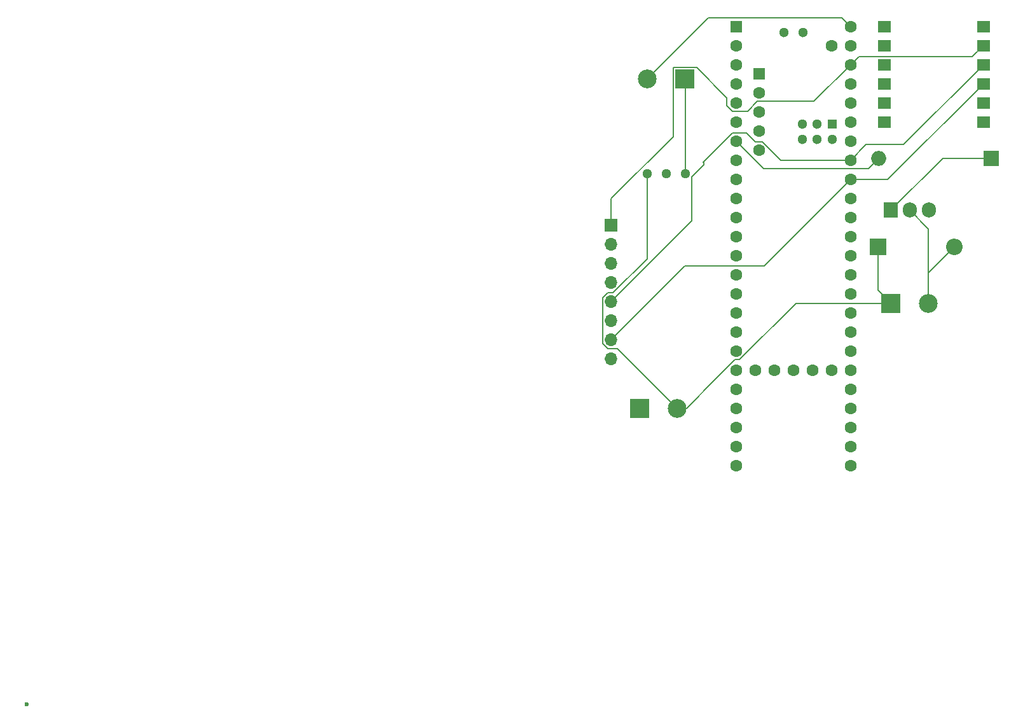
<source format=gbr>
%TF.GenerationSoftware,KiCad,Pcbnew,8.0.0*%
%TF.CreationDate,2024-12-02T23:00:26-05:00*%
%TF.ProjectId,ACS,4143532e-6b69-4636-9164-5f7063625858,rev?*%
%TF.SameCoordinates,Original*%
%TF.FileFunction,Copper,L1,Top*%
%TF.FilePolarity,Positive*%
%FSLAX46Y46*%
G04 Gerber Fmt 4.6, Leading zero omitted, Abs format (unit mm)*
G04 Created by KiCad (PCBNEW 8.0.0) date 2024-12-02 23:00:26*
%MOMM*%
%LPD*%
G01*
G04 APERTURE LIST*
%TA.AperFunction,ComponentPad*%
%ADD10R,1.800000X1.500000*%
%TD*%
%TA.AperFunction,ComponentPad*%
%ADD11R,1.700000X1.700000*%
%TD*%
%TA.AperFunction,ComponentPad*%
%ADD12O,1.700000X1.700000*%
%TD*%
%TA.AperFunction,ComponentPad*%
%ADD13C,1.600000*%
%TD*%
%TA.AperFunction,ComponentPad*%
%ADD14R,1.600000X1.600000*%
%TD*%
%TA.AperFunction,ComponentPad*%
%ADD15R,1.300000X1.300000*%
%TD*%
%TA.AperFunction,ComponentPad*%
%ADD16C,1.300000*%
%TD*%
%TA.AperFunction,ComponentPad*%
%ADD17R,2.500000X2.500000*%
%TD*%
%TA.AperFunction,ComponentPad*%
%ADD18C,2.500000*%
%TD*%
%TA.AperFunction,ComponentPad*%
%ADD19O,2.000000X2.000000*%
%TD*%
%TA.AperFunction,ComponentPad*%
%ADD20R,2.000000X2.000000*%
%TD*%
%TA.AperFunction,ComponentPad*%
%ADD21R,1.905000X2.000000*%
%TD*%
%TA.AperFunction,ComponentPad*%
%ADD22O,1.905000X2.000000*%
%TD*%
%TA.AperFunction,ComponentPad*%
%ADD23C,1.280000*%
%TD*%
%TA.AperFunction,ComponentPad*%
%ADD24R,2.200000X2.200000*%
%TD*%
%TA.AperFunction,ComponentPad*%
%ADD25O,2.200000X2.200000*%
%TD*%
%TA.AperFunction,ViaPad*%
%ADD26C,0.600000*%
%TD*%
%TA.AperFunction,Conductor*%
%ADD27C,0.200000*%
%TD*%
G04 APERTURE END LIST*
D10*
%TO.P,WT901,1,D0*%
%TO.N,unconnected-(WT1-D0-Pad1)*%
X148190000Y-36260000D03*
%TO.P,WT901,2,VCC*%
%TO.N,unconnected-(WT1-VCC-Pad2)*%
X148190000Y-38800000D03*
%TO.P,WT901,3,RX*%
%TO.N,unconnected-(WT1-RX-Pad3)*%
X148190000Y-41340000D03*
%TO.P,WT901,4,TX*%
%TO.N,unconnected-(WT1-TX-Pad4)*%
X148190000Y-43880000D03*
%TO.P,WT901,5,GND*%
%TO.N,unconnected-(WT1-GND-Pad5)*%
X148190000Y-46420000D03*
%TO.P,WT901,6,D1*%
%TO.N,unconnected-(WT1-D1-Pad6)*%
X148190000Y-48960000D03*
%TO.P,WT901,7,D2*%
%TO.N,unconnected-(WT1-D2-Pad7)*%
X161430000Y-36260000D03*
%TO.P,WT901,8,VCC*%
%TO.N,+3V3*%
X161430000Y-38800000D03*
%TO.P,WT901,9,SCL*%
%TO.N,/SCL*%
X161430000Y-41340000D03*
%TO.P,WT901,10,SDA*%
%TO.N,/SDA*%
X161430000Y-43880000D03*
%TO.P,WT901,11,GND*%
%TO.N,GND*%
X161430000Y-46420000D03*
%TO.P,WT901,12,D4*%
%TO.N,unconnected-(WT1-D4-Pad12)*%
X161430000Y-48960000D03*
%TD*%
D11*
%TO.P,BMP388,1,VIN*%
%TO.N,+3V3*%
X111850000Y-62720000D03*
D12*
%TO.P,BMP388,2,3Vo*%
%TO.N,unconnected-(U2-3Vo-Pad2)*%
X111850000Y-65260000D03*
%TO.P,BMP388,3,GND*%
%TO.N,GND*%
X111850000Y-67800000D03*
%TO.P,BMP388,4,INT*%
%TO.N,unconnected-(U2-INT-Pad4)*%
X111850000Y-70340000D03*
%TO.P,BMP388,5,SCK*%
%TO.N,/SCL*%
X111850000Y-72880000D03*
%TO.P,BMP388,6,SDO*%
%TO.N,unconnected-(U2-SDO-Pad6)*%
X111850000Y-75420000D03*
%TO.P,BMP388,7,SDA*%
%TO.N,/SDA*%
X111850000Y-77960000D03*
%TO.P,BMP388,8,CS*%
%TO.N,unconnected-(U2-CS-Pad8)*%
X111850000Y-80500000D03*
%TD*%
D13*
%TO.P,U1,49,VUSB*%
%TO.N,unconnected-(U1-VUSB-Pad49)*%
X141170000Y-38845000D03*
%TO.P,U1,59,GND*%
%TO.N,unconnected-(U1-GND-Pad59)*%
X131520800Y-52764200D03*
%TO.P,U1,58,GND*%
%TO.N,unconnected-(U1-GND-Pad58)*%
X131520800Y-50224200D03*
%TO.P,U1,57,D+*%
%TO.N,unconnected-(U1-D+-Pad57)*%
X131520800Y-47684200D03*
%TO.P,U1,56,D-*%
%TO.N,unconnected-(U1-D--Pad56)*%
X131520800Y-45144200D03*
D14*
%TO.P,U1,55,5V*%
%TO.N,unconnected-(U1-5V-Pad55)*%
X131520800Y-42604200D03*
D13*
%TO.P,U1,48,VIN*%
%TO.N,/5VIN*%
X143710000Y-36305000D03*
%TO.P,U1,47,GND*%
%TO.N,unconnected-(U1-GND-Pad47)*%
X143710000Y-38845000D03*
%TO.P,U1,46,3V3*%
%TO.N,+3V3*%
X143710000Y-41385000D03*
%TO.P,U1,45,23_A9_CRX1_MCLK1*%
%TO.N,unconnected-(U1-23_A9_CRX1_MCLK1-Pad45)*%
X143710000Y-43925000D03*
%TO.P,U1,44,22_A8_CTX1*%
%TO.N,unconnected-(U1-22_A8_CTX1-Pad44)*%
X143710000Y-46465000D03*
%TO.P,U1,43,21_A7_RX5_BCLK1*%
%TO.N,unconnected-(U1-21_A7_RX5_BCLK1-Pad43)*%
X143710000Y-49005000D03*
%TO.P,U1,42,20_A6_TX5_LRCLK1*%
%TO.N,unconnected-(U1-20_A6_TX5_LRCLK1-Pad42)*%
X143710000Y-51545000D03*
%TO.P,U1,41,19_A5_SCL*%
%TO.N,/SCL*%
X143710000Y-54085000D03*
%TO.P,U1,40,18_A4_SDA*%
%TO.N,/SDA*%
X143710000Y-56625000D03*
%TO.P,U1,39,17_A3_TX4_SDA1*%
%TO.N,unconnected-(U1-17_A3_TX4_SDA1-Pad39)*%
X143710000Y-59165000D03*
%TO.P,U1,38,16_A2_RX4_SCL1*%
%TO.N,unconnected-(U1-16_A2_RX4_SCL1-Pad38)*%
X143710000Y-61705000D03*
%TO.P,U1,37,15_A1_RX3_SPDIF_IN*%
%TO.N,unconnected-(U1-15_A1_RX3_SPDIF_IN-Pad37)*%
X143710000Y-64245000D03*
%TO.P,U1,36,14_A0_TX3_SPDIF_OUT*%
%TO.N,unconnected-(U1-14_A0_TX3_SPDIF_OUT-Pad36)*%
X143710000Y-66785000D03*
%TO.P,U1,35,13_SCK_LED*%
%TO.N,unconnected-(U1-13_SCK_LED-Pad35)*%
X143710000Y-69325000D03*
D14*
%TO.P,U1,1,GND*%
%TO.N,GND*%
X128470000Y-36305000D03*
D13*
%TO.P,U1,2,0_RX1_CRX2_CS1*%
%TO.N,unconnected-(U1-0_RX1_CRX2_CS1-Pad2)*%
X128470000Y-38845000D03*
%TO.P,U1,3,1_TX1_CTX2_MISO1*%
%TO.N,unconnected-(U1-1_TX1_CTX2_MISO1-Pad3)*%
X128470000Y-41385000D03*
%TO.P,U1,4,2_OUT2*%
%TO.N,unconnected-(U1-2_OUT2-Pad4)*%
X128470000Y-43925000D03*
%TO.P,U1,5,3_LRCLK2*%
%TO.N,unconnected-(U1-3_LRCLK2-Pad5)*%
X128470000Y-46465000D03*
%TO.P,U1,6,4_BCLK2*%
%TO.N,unconnected-(U1-4_BCLK2-Pad6)*%
X128470000Y-49005000D03*
%TO.P,U1,7,5_IN2*%
%TO.N,/Valve Signal*%
X128470000Y-51545000D03*
%TO.P,U1,8,6_OUT1D*%
%TO.N,unconnected-(U1-6_OUT1D-Pad8)*%
X128470000Y-54085000D03*
%TO.P,U1,9,7_RX2_OUT1A*%
%TO.N,unconnected-(U1-7_RX2_OUT1A-Pad9)*%
X128470000Y-56625000D03*
%TO.P,U1,10,8_TX2_IN1*%
%TO.N,unconnected-(U1-8_TX2_IN1-Pad10)*%
X128470000Y-59165000D03*
%TO.P,U1,11,9_OUT1C*%
%TO.N,unconnected-(U1-9_OUT1C-Pad11)*%
X128470000Y-61705000D03*
%TO.P,U1,12,10_CS_MQSR*%
%TO.N,unconnected-(U1-10_CS_MQSR-Pad12)*%
X128470000Y-64245000D03*
%TO.P,U1,13,11_MOSI_CTX1*%
%TO.N,unconnected-(U1-11_MOSI_CTX1-Pad13)*%
X128470000Y-66785000D03*
%TO.P,U1,34,GND*%
%TO.N,unconnected-(U1-GND-Pad34)*%
X143710000Y-71865000D03*
%TO.P,U1,33,41_A17*%
%TO.N,unconnected-(U1-41_A17-Pad33)*%
X143710000Y-74405000D03*
%TO.P,U1,32,40_A16*%
%TO.N,unconnected-(U1-40_A16-Pad32)*%
X143710000Y-76945000D03*
%TO.P,U1,31,39_MISO1_OUT1A*%
%TO.N,unconnected-(U1-39_MISO1_OUT1A-Pad31)*%
X143710000Y-79485000D03*
%TO.P,U1,30,38_CS1_IN1*%
%TO.N,unconnected-(U1-38_CS1_IN1-Pad30)*%
X143710000Y-82025000D03*
%TO.P,U1,29,37_CS*%
%TO.N,unconnected-(U1-37_CS-Pad29)*%
X143710000Y-84565000D03*
%TO.P,U1,28,36_CS*%
%TO.N,unconnected-(U1-36_CS-Pad28)*%
X143710000Y-87105000D03*
%TO.P,U1,27,35_TX8*%
%TO.N,unconnected-(U1-35_TX8-Pad27)*%
X143710000Y-89645000D03*
%TO.P,U1,26,34_RX8*%
%TO.N,unconnected-(U1-34_RX8-Pad26)*%
X143710000Y-92185000D03*
%TO.P,U1,25,33_MCLK2*%
%TO.N,unconnected-(U1-33_MCLK2-Pad25)*%
X143710000Y-94725000D03*
%TO.P,U1,24,32_OUT1B*%
%TO.N,unconnected-(U1-32_OUT1B-Pad24)*%
X128470000Y-94725000D03*
%TO.P,U1,23,31_CTX3*%
%TO.N,unconnected-(U1-31_CTX3-Pad23)*%
X128470000Y-92185000D03*
%TO.P,U1,22,30_CRX3*%
%TO.N,unconnected-(U1-30_CRX3-Pad22)*%
X128470000Y-89645000D03*
%TO.P,U1,21,29_TX7*%
%TO.N,unconnected-(U1-29_TX7-Pad21)*%
X128470000Y-87105000D03*
%TO.P,U1,14,12_MISO_MQSL*%
%TO.N,unconnected-(U1-12_MISO_MQSL-Pad14)*%
X128470000Y-69325000D03*
%TO.P,U1,15,3V3*%
%TO.N,unconnected-(U1-3V3-Pad15)*%
X128470000Y-71865000D03*
%TO.P,U1,16,24_A10_TX6_SCL2*%
%TO.N,unconnected-(U1-24_A10_TX6_SCL2-Pad16)*%
X128470000Y-74405000D03*
%TO.P,U1,20,28_RX7*%
%TO.N,unconnected-(U1-28_RX7-Pad20)*%
X128470000Y-84565000D03*
%TO.P,U1,19,27_A13_SCK1*%
%TO.N,unconnected-(U1-27_A13_SCK1-Pad19)*%
X128470000Y-82025000D03*
%TO.P,U1,18,26_A12_MOSI1*%
%TO.N,unconnected-(U1-26_A12_MOSI1-Pad18)*%
X128470000Y-79485000D03*
%TO.P,U1,17,25_A11_RX6_SDA2*%
%TO.N,unconnected-(U1-25_A11_RX6_SDA2-Pad17)*%
X128470000Y-76945000D03*
D15*
%TO.P,U1,60,R+*%
%TO.N,unconnected-(U1-R+-Pad60)*%
X141271600Y-49275000D03*
D16*
%TO.P,U1,65,R-*%
%TO.N,unconnected-(U1-R--Pad65)*%
X141271600Y-51275000D03*
%TO.P,U1,61,LED*%
%TO.N,unconnected-(U1-LED-Pad61)*%
X139271600Y-49275000D03*
%TO.P,U1,64,GND*%
%TO.N,unconnected-(U1-GND-Pad64)*%
X139271600Y-51275000D03*
%TO.P,U1,63,T+*%
%TO.N,unconnected-(U1-T+-Pad63)*%
X137271600Y-51275000D03*
%TO.P,U1,62,T-*%
%TO.N,unconnected-(U1-T--Pad62)*%
X137271600Y-49275000D03*
D13*
%TO.P,U1,50,VBAT*%
%TO.N,unconnected-(U1-VBAT-Pad50)*%
X131010000Y-82025000D03*
%TO.P,U1,51,3V3*%
%TO.N,unconnected-(U1-3V3-Pad51)*%
X133550000Y-82025000D03*
%TO.P,U1,52,GND*%
%TO.N,unconnected-(U1-GND-Pad52)*%
X136090000Y-82025000D03*
%TO.P,U1,53,PROGRAM*%
%TO.N,unconnected-(U1-PROGRAM-Pad53)*%
X138630000Y-82025000D03*
%TO.P,U1,54,ON_OFF*%
%TO.N,unconnected-(U1-ON_OFF-Pad54)*%
X141170000Y-82025000D03*
D16*
%TO.P,U1,67,D+*%
%TO.N,unconnected-(U1-D+-Pad67)*%
X134820000Y-37035000D03*
%TO.P,U1,66,D-*%
%TO.N,unconnected-(U1-D--Pad66)*%
X137360000Y-37035000D03*
%TD*%
D17*
%TO.P,SW1,1,A*%
%TO.N,Net-(PS1-VOUT+)*%
X121660000Y-43250000D03*
D18*
%TO.P,SW1,2,B*%
%TO.N,/5VIN*%
X116660000Y-43250000D03*
%TD*%
D19*
%TO.P,R1,2*%
%TO.N,/Valve Signal*%
X147460000Y-53827500D03*
D20*
%TO.P,R1,1*%
%TO.N,Net-(Q1-G)*%
X162460000Y-53827500D03*
%TD*%
D21*
%TO.P,IRLB8721PBF,1,G*%
%TO.N,Net-(Q1-G)*%
X149080000Y-60725000D03*
D22*
%TO.P,IRLB8721PBF,2,D*%
%TO.N,+12V*%
X151620000Y-60725000D03*
%TO.P,IRLB8721PBF,3,S*%
%TO.N,GND*%
X154160000Y-60725000D03*
%TD*%
D23*
%TO.P,PS1,1,VIN+*%
%TO.N,+12V*%
X116620000Y-55823000D03*
%TO.P,PS1,2,GND*%
%TO.N,GND*%
X119160000Y-55823000D03*
%TO.P,PS1,3,VOUT+*%
%TO.N,Net-(PS1-VOUT+)*%
X121700000Y-55823000D03*
%TD*%
D17*
%TO.P,Battery,1,Pin_1*%
%TO.N,GND*%
X115610000Y-87060000D03*
D18*
%TO.P,Battery,2,Pin_2*%
%TO.N,+12V*%
X120610000Y-87060000D03*
%TD*%
D24*
%TO.P,Valve diode,1,K*%
%TO.N,+12V*%
X147370000Y-65590000D03*
D25*
%TO.P,Valve diode,2,A*%
X157530000Y-65590000D03*
%TD*%
D17*
%TO.P,2W-160-15N1,1,PWR*%
%TO.N,+12V*%
X149090000Y-73090000D03*
D18*
%TO.P,2W-160-15N1,2,GND*%
X154090000Y-73090000D03*
%TD*%
D26*
%TO.N,*%
X34000000Y-126500000D03*
%TD*%
D27*
%TO.N,/SCL*%
X124194683Y-54657678D02*
X124194683Y-54264683D01*
X122585224Y-62144776D02*
X122585224Y-56267137D01*
X111850000Y-72880000D02*
X122585224Y-62144776D01*
X122585224Y-56267137D02*
X124194683Y-54657678D01*
X124125000Y-54334365D02*
X128014365Y-50445000D01*
%TO.N,+12V*%
X125808580Y-83148206D02*
X121896786Y-87060000D01*
X128339737Y-80585000D02*
X126030230Y-82894507D01*
X136420635Y-73090000D02*
X128925635Y-80585000D01*
X128925635Y-80585000D02*
X128339737Y-80585000D01*
X126030230Y-82894507D02*
X125808580Y-83148206D01*
X121896786Y-87060000D02*
X120610000Y-87060000D01*
X149090000Y-73090000D02*
X136420635Y-73090000D01*
X111373654Y-71730000D02*
X112086346Y-71730000D01*
X110700000Y-78436346D02*
X110700000Y-72403654D01*
X110700000Y-72403654D02*
X111373654Y-71730000D01*
X112086346Y-71730000D02*
X116620000Y-67196346D01*
X111373654Y-79110000D02*
X110700000Y-78436346D01*
X116620000Y-67196346D02*
X116620000Y-55823000D01*
X112660000Y-79110000D02*
X111373654Y-79110000D01*
X120610000Y-87060000D02*
X112660000Y-79110000D01*
%TO.N,+3V3*%
X138850800Y-46244200D02*
X143710000Y-41385000D01*
X131320000Y-46244200D02*
X138850800Y-46244200D01*
X129999200Y-47565000D02*
X131320000Y-46244200D01*
X127270000Y-46820635D02*
X128014365Y-47565000D01*
X128014365Y-47565000D02*
X129999200Y-47565000D01*
X127270000Y-45760000D02*
X127270000Y-46820635D01*
X120110000Y-41700000D02*
X123210000Y-41700000D01*
X123210000Y-41700000D02*
X127270000Y-45760000D01*
X111850000Y-59170000D02*
X120110000Y-50910000D01*
X111850000Y-62720000D02*
X111850000Y-59170000D01*
X120110000Y-50910000D02*
X120110000Y-41700000D01*
%TO.N,/SCL*%
X131976435Y-51664200D02*
X134397235Y-54085000D01*
X131065165Y-51664200D02*
X131976435Y-51664200D01*
X134397235Y-54085000D02*
X143710000Y-54085000D01*
X129845965Y-50445000D02*
X131065165Y-51664200D01*
X128014365Y-50445000D02*
X129845965Y-50445000D01*
%TO.N,/SDA*%
X132185000Y-68150000D02*
X143710000Y-56625000D01*
X121660000Y-68150000D02*
X132185000Y-68150000D01*
X111850000Y-77960000D02*
X121660000Y-68150000D01*
%TO.N,Net-(Q1-G)*%
X155977500Y-53827500D02*
X149080000Y-60725000D01*
X162460000Y-53827500D02*
X155977500Y-53827500D01*
%TO.N,+12V*%
X147370000Y-71370000D02*
X149090000Y-73090000D01*
X147370000Y-65590000D02*
X147370000Y-71370000D01*
X154090000Y-69030000D02*
X157530000Y-65590000D01*
X154090000Y-73090000D02*
X154090000Y-69030000D01*
X154090000Y-63195000D02*
X151620000Y-60725000D01*
X154090000Y-73090000D02*
X154090000Y-63195000D01*
%TO.N,/Valve Signal*%
X132110000Y-55185000D02*
X128470000Y-51545000D01*
X147460000Y-53827500D02*
X146102500Y-55185000D01*
X146102500Y-55185000D02*
X132110000Y-55185000D01*
%TO.N,/SDA*%
X148685000Y-56625000D02*
X143710000Y-56625000D01*
X161430000Y-43880000D02*
X148685000Y-56625000D01*
%TO.N,/SCL*%
X150769365Y-52000635D02*
X145794365Y-52000635D01*
X145794365Y-52000635D02*
X143710000Y-54085000D01*
X161430000Y-41340000D02*
X150769365Y-52000635D01*
%TO.N,+3V3*%
X159940000Y-40290000D02*
X144805000Y-40290000D01*
X161430000Y-38800000D02*
X159940000Y-40290000D01*
X144805000Y-40290000D02*
X143710000Y-41385000D01*
%TO.N,Net-(PS1-VOUT+)*%
X121700000Y-43290000D02*
X121660000Y-43250000D01*
X121700000Y-55823000D02*
X121700000Y-43290000D01*
%TO.N,/5VIN*%
X124770000Y-35140000D02*
X142545000Y-35140000D01*
X142545000Y-35140000D02*
X143710000Y-36305000D01*
X116660000Y-43250000D02*
X124770000Y-35140000D01*
%TD*%
M02*

</source>
